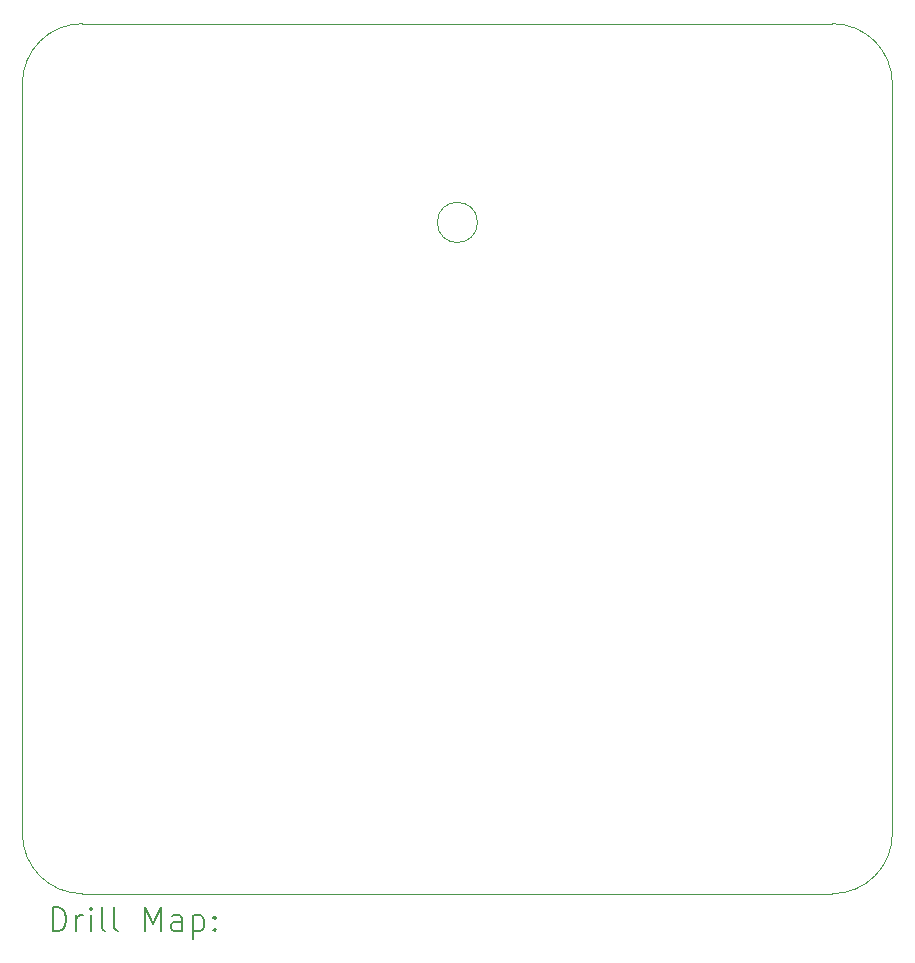
<source format=gbr>
%TF.GenerationSoftware,KiCad,Pcbnew,8.0.4*%
%TF.CreationDate,2024-08-20T20:09:37+02:00*%
%TF.ProjectId,rgb_controller,7267625f-636f-46e7-9472-6f6c6c65722e,rev?*%
%TF.SameCoordinates,Original*%
%TF.FileFunction,Drillmap*%
%TF.FilePolarity,Positive*%
%FSLAX45Y45*%
G04 Gerber Fmt 4.5, Leading zero omitted, Abs format (unit mm)*
G04 Created by KiCad (PCBNEW 8.0.4) date 2024-08-20 20:09:37*
%MOMM*%
%LPD*%
G01*
G04 APERTURE LIST*
%ADD10C,0.100000*%
%ADD11C,0.200000*%
G04 APERTURE END LIST*
D10*
X5588000Y-3048000D02*
G75*
G02*
X6096000Y-2540000I508000J0D01*
G01*
X12446000Y-2540000D02*
G75*
G02*
X12954000Y-3048000I0J-508000D01*
G01*
X6096000Y-9906000D02*
G75*
G02*
X5588000Y-9398000I0J508000D01*
G01*
X12954000Y-3048000D02*
X12954000Y-9398000D01*
X9441000Y-4223000D02*
G75*
G02*
X9101000Y-4223000I-170000J0D01*
G01*
X9101000Y-4223000D02*
G75*
G02*
X9441000Y-4223000I170000J0D01*
G01*
X6096000Y-2540000D02*
X12446000Y-2540000D01*
X12954000Y-9398000D02*
G75*
G02*
X12446000Y-9906000I-508000J0D01*
G01*
X5588000Y-9398000D02*
X5588000Y-3048000D01*
X12446000Y-9906000D02*
X6096000Y-9906000D01*
D11*
X5843777Y-10222484D02*
X5843777Y-10022484D01*
X5843777Y-10022484D02*
X5891396Y-10022484D01*
X5891396Y-10022484D02*
X5919967Y-10032008D01*
X5919967Y-10032008D02*
X5939015Y-10051055D01*
X5939015Y-10051055D02*
X5948539Y-10070103D01*
X5948539Y-10070103D02*
X5958062Y-10108198D01*
X5958062Y-10108198D02*
X5958062Y-10136770D01*
X5958062Y-10136770D02*
X5948539Y-10174865D01*
X5948539Y-10174865D02*
X5939015Y-10193912D01*
X5939015Y-10193912D02*
X5919967Y-10212960D01*
X5919967Y-10212960D02*
X5891396Y-10222484D01*
X5891396Y-10222484D02*
X5843777Y-10222484D01*
X6043777Y-10222484D02*
X6043777Y-10089150D01*
X6043777Y-10127246D02*
X6053301Y-10108198D01*
X6053301Y-10108198D02*
X6062824Y-10098674D01*
X6062824Y-10098674D02*
X6081872Y-10089150D01*
X6081872Y-10089150D02*
X6100920Y-10089150D01*
X6167586Y-10222484D02*
X6167586Y-10089150D01*
X6167586Y-10022484D02*
X6158062Y-10032008D01*
X6158062Y-10032008D02*
X6167586Y-10041531D01*
X6167586Y-10041531D02*
X6177110Y-10032008D01*
X6177110Y-10032008D02*
X6167586Y-10022484D01*
X6167586Y-10022484D02*
X6167586Y-10041531D01*
X6291396Y-10222484D02*
X6272348Y-10212960D01*
X6272348Y-10212960D02*
X6262824Y-10193912D01*
X6262824Y-10193912D02*
X6262824Y-10022484D01*
X6396158Y-10222484D02*
X6377110Y-10212960D01*
X6377110Y-10212960D02*
X6367586Y-10193912D01*
X6367586Y-10193912D02*
X6367586Y-10022484D01*
X6624729Y-10222484D02*
X6624729Y-10022484D01*
X6624729Y-10022484D02*
X6691396Y-10165341D01*
X6691396Y-10165341D02*
X6758062Y-10022484D01*
X6758062Y-10022484D02*
X6758062Y-10222484D01*
X6939015Y-10222484D02*
X6939015Y-10117722D01*
X6939015Y-10117722D02*
X6929491Y-10098674D01*
X6929491Y-10098674D02*
X6910443Y-10089150D01*
X6910443Y-10089150D02*
X6872348Y-10089150D01*
X6872348Y-10089150D02*
X6853301Y-10098674D01*
X6939015Y-10212960D02*
X6919967Y-10222484D01*
X6919967Y-10222484D02*
X6872348Y-10222484D01*
X6872348Y-10222484D02*
X6853301Y-10212960D01*
X6853301Y-10212960D02*
X6843777Y-10193912D01*
X6843777Y-10193912D02*
X6843777Y-10174865D01*
X6843777Y-10174865D02*
X6853301Y-10155817D01*
X6853301Y-10155817D02*
X6872348Y-10146293D01*
X6872348Y-10146293D02*
X6919967Y-10146293D01*
X6919967Y-10146293D02*
X6939015Y-10136770D01*
X7034253Y-10089150D02*
X7034253Y-10289150D01*
X7034253Y-10098674D02*
X7053301Y-10089150D01*
X7053301Y-10089150D02*
X7091396Y-10089150D01*
X7091396Y-10089150D02*
X7110443Y-10098674D01*
X7110443Y-10098674D02*
X7119967Y-10108198D01*
X7119967Y-10108198D02*
X7129491Y-10127246D01*
X7129491Y-10127246D02*
X7129491Y-10184389D01*
X7129491Y-10184389D02*
X7119967Y-10203436D01*
X7119967Y-10203436D02*
X7110443Y-10212960D01*
X7110443Y-10212960D02*
X7091396Y-10222484D01*
X7091396Y-10222484D02*
X7053301Y-10222484D01*
X7053301Y-10222484D02*
X7034253Y-10212960D01*
X7215205Y-10203436D02*
X7224729Y-10212960D01*
X7224729Y-10212960D02*
X7215205Y-10222484D01*
X7215205Y-10222484D02*
X7205682Y-10212960D01*
X7205682Y-10212960D02*
X7215205Y-10203436D01*
X7215205Y-10203436D02*
X7215205Y-10222484D01*
X7215205Y-10098674D02*
X7224729Y-10108198D01*
X7224729Y-10108198D02*
X7215205Y-10117722D01*
X7215205Y-10117722D02*
X7205682Y-10108198D01*
X7205682Y-10108198D02*
X7215205Y-10098674D01*
X7215205Y-10098674D02*
X7215205Y-10117722D01*
M02*

</source>
